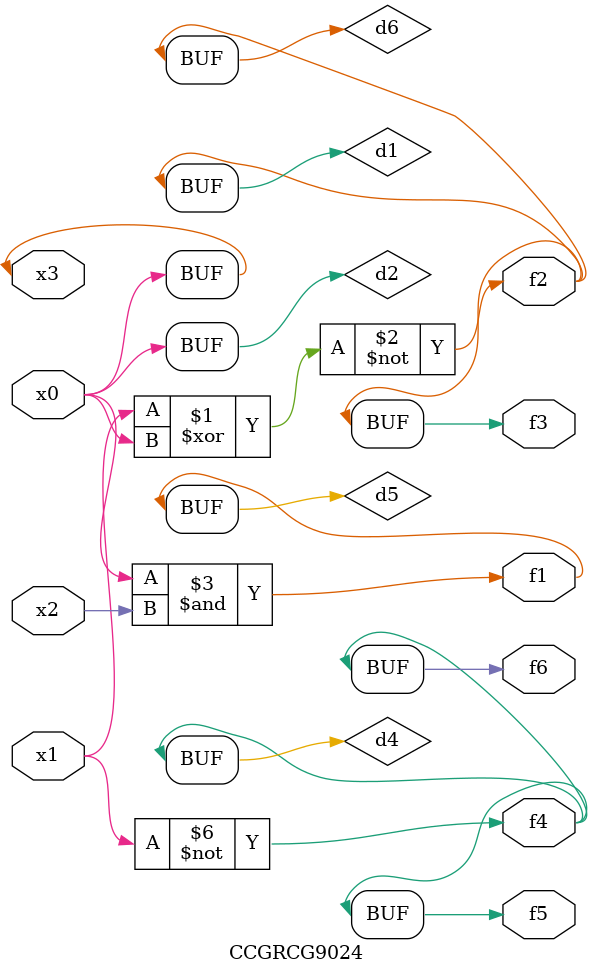
<source format=v>
module CCGRCG9024(
	input x0, x1, x2, x3,
	output f1, f2, f3, f4, f5, f6
);

	wire d1, d2, d3, d4, d5, d6;

	xnor (d1, x1, x3);
	buf (d2, x0, x3);
	nand (d3, x0, x2);
	not (d4, x1);
	nand (d5, d3);
	or (d6, d1);
	assign f1 = d5;
	assign f2 = d6;
	assign f3 = d6;
	assign f4 = d4;
	assign f5 = d4;
	assign f6 = d4;
endmodule

</source>
